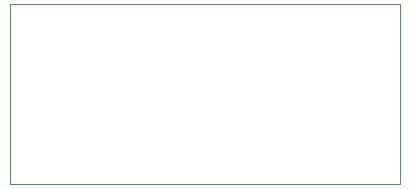
<source format=gbr>
%TF.GenerationSoftware,KiCad,Pcbnew,5.1.6-c6e7f7d~86~ubuntu20.04.1*%
%TF.CreationDate,2020-06-06T21:26:27+05:30*%
%TF.ProjectId,Inverting Amplifier,496e7665-7274-4696-9e67-20416d706c69,rev?*%
%TF.SameCoordinates,Original*%
%TF.FileFunction,Profile,NP*%
%FSLAX46Y46*%
G04 Gerber Fmt 4.6, Leading zero omitted, Abs format (unit mm)*
G04 Created by KiCad (PCBNEW 5.1.6-c6e7f7d~86~ubuntu20.04.1) date 2020-06-06 21:26:27*
%MOMM*%
%LPD*%
G01*
G04 APERTURE LIST*
%TA.AperFunction,Profile*%
%ADD10C,0.050000*%
%TD*%
G04 APERTURE END LIST*
D10*
X107950000Y-83820000D02*
X140970000Y-83820000D01*
X107950000Y-99060000D02*
X107950000Y-83820000D01*
X140970000Y-99060000D02*
X107950000Y-99060000D01*
X140970000Y-83820000D02*
X140970000Y-99060000D01*
M02*

</source>
